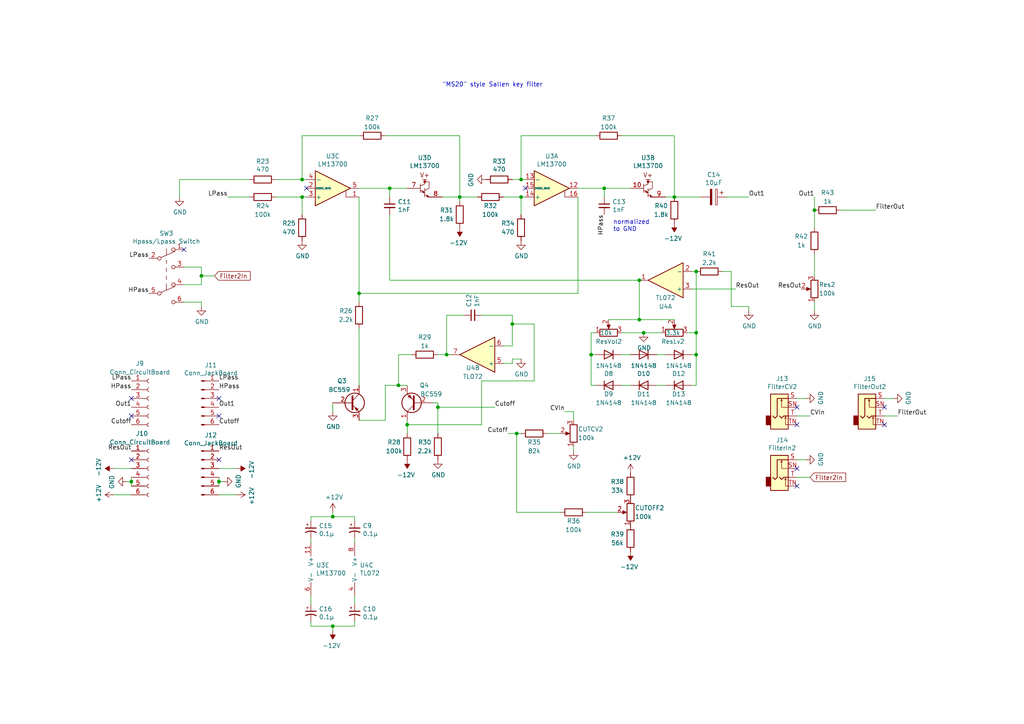
<source format=kicad_sch>
(kicad_sch (version 20211123) (generator eeschema)
  (paper "A4")
  (lib_symbols
    (symbol "Amplifier_Operational:LM13700" (pin_names (offset 0.127))
      (property "Reference" "U" (at 3.81 5.08 0))
      (property "Value" "LM13700" (at 5.08 -5.08 0))
      (symbol "LM13700_1_1"
        (polyline (pts (xy 3.81 -0.635) (xy 3.81 -2.54) (xy 5.08 -2.54)))
        (polyline (pts (xy 5.08 0) (xy -5.08 -5.08) (xy -5.08 5.08) (xy 5.08 0)) (stroke (width 0.254)) (fill (type background)))
        (pin output line (at 7.62 0 180) (length 2.54) (name "~") (number "12"))
        (pin input line (at -7.62 2.54 0) (length 2.54) (name "-") (number "13"))
        (pin input line (at -7.62 -2.54 0) (length 2.54) (name "+") (number "14"))
        (pin input line (at -7.62 0 0) (length 2.54) (name "DIODE_BIAS") (number "15"))
        (pin input line (at 7.62 -2.54 180) (length 2.54) (name "~") (number "16"))
      )
      (symbol "LM13700_2_0"
        (polyline (pts (xy -1.905 2.54) (xy -3.175 2.54)))
      )
      (symbol "LM13700_2_1"
        (circle (center -2.54 1.905) (radius 0.254) (stroke (width 0.254)) (fill (type outline)))
        (polyline (pts (xy -3.81 -0.635) (xy -2.54 -1.27)))
        (polyline (pts (xy -3.81 1.27) (xy -3.81 -1.27)))
        (polyline (pts (xy -2.54 -1.905) (xy -1.27 -2.54)))
        (polyline (pts (xy -2.54 0) (xy -2.54 -2.54)))
        (polyline (pts (xy -3.81 0.635) (xy -2.54 1.27) (xy -2.54 1.905) (xy -2.54 2.54)))
        (polyline (pts (xy -2.54 -1.27) (xy -3.175 -0.635) (xy -3.175 -1.27) (xy -2.54 -1.27)) (fill (type outline)))
        (polyline (pts (xy -2.54 -0.635) (xy -1.27 0) (xy -1.27 1.905) (xy -2.54 1.905)))
        (polyline (pts (xy -1.27 -2.54) (xy -1.905 -1.905) (xy -1.905 -2.54) (xy -1.27 -2.54)) (fill (type outline)))
        (text "V+" (at -2.54 3.81 0) (effects (font (size 1.27 1.27))))
        (pin input line (at -7.62 0 0) (length 3.81) (name "~") (number "10"))
        (pin output line (at 2.54 -2.54 180) (length 3.81) (name "~") (number "9"))
      )
      (symbol "LM13700_3_1"
        (polyline (pts (xy 3.81 -0.635) (xy 3.81 -2.54) (xy 5.08 -2.54)))
        (polyline (pts (xy 5.08 0) (xy -5.08 -5.08) (xy -5.08 5.08) (xy 5.08 0)) (stroke (width 0.254)) (fill (type background)))
        (pin input line (at 7.62 -2.54 180) (length 2.54) (name "~") (number "1"))
        (pin input line (at -7.62 0 0) (length 2.54) (name "DIODE_BIAS") (number "2"))
        (pin input line (at -7.62 -2.54 0) (length 2.54) (name "+") (number "3"))
        (pin input line (at -7.62 2.54 0) (length 2.54) (name "-") (number "4"))
        (pin output line (at 7.62 0 180) (length 2.54) (name "~") (number "5"))
      )
      (symbol "LM13700_4_0"
        (polyline (pts (xy -3.175 2.54) (xy -1.905 2.54)))
        (text "V+" (at -2.54 3.81 0) (effects (font (size 1.27 1.27))))
      )
      (symbol "LM13700_4_1"
        (circle (center -2.54 1.905) (radius 0.254) (stroke (width 0.254)) (fill (type outline)))
        (polyline (pts (xy -3.81 -0.635) (xy -2.54 -1.27)))
        (polyline (pts (xy -3.81 1.27) (xy -3.81 -1.27)))
        (polyline (pts (xy -2.54 -1.905) (xy -1.27 -2.54)))
        (polyline (pts (xy -2.54 0) (xy -2.54 -2.54)))
        (polyline (pts (xy -3.81 0.635) (xy -2.54 1.27) (xy -2.54 2.54)))
        (polyline (pts (xy -2.54 -1.27) (xy -3.175 -0.635) (xy -3.175 -1.27) (xy -2.54 -1.27)) (fill (type outline)))
        (polyline (pts (xy -2.54 -0.635) (xy -1.27 0) (xy -1.27 1.905) (xy -2.54 1.905)))
        (polyline (pts (xy -1.27 -2.54) (xy -1.905 -1.905) (xy -1.905 -2.54) (xy -1.27 -2.54)) (fill (type outline)))
        (pin input line (at -7.62 0 0) (length 3.81) (name "~") (number "7"))
        (pin output line (at 2.54 -2.54 180) (length 3.81) (name "~") (number "8"))
      )
      (symbol "LM13700_5_1"
        (pin power_in line (at -2.54 7.62 270) (length 3.81) (name "V+") (number "11"))
        (pin power_in line (at -2.54 -7.62 90) (length 3.81) (name "V-") (number "6"))
      )
    )
    (symbol "Amplifier_Operational:TL072" (pin_names (offset 0.127))
      (property "Reference" "U" (at 0 5.08 0))
      (property "Value" "TL072" (at 0 -5.08 0))
      (symbol "TL072_1_1"
        (polyline (pts (xy -5.08 5.08) (xy 5.08 0) (xy -5.08 -5.08) (xy -5.08 5.08)) (stroke (width 0.254)) (fill (type background)))
        (pin output line (at 7.62 0 180) (length 2.54) (name "~") (number "1"))
        (pin input line (at -7.62 -2.54 0) (length 2.54) (name "-") (number "2"))
        (pin input line (at -7.62 2.54 0) (length 2.54) (name "+") (number "3"))
      )
      (symbol "TL072_2_1"
        (polyline (pts (xy -5.08 5.08) (xy 5.08 0) (xy -5.08 -5.08) (xy -5.08 5.08)) (stroke (width 0.254)) (fill (type background)))
        (pin input line (at -7.62 2.54 0) (length 2.54) (name "+") (number "5"))
        (pin input line (at -7.62 -2.54 0) (length 2.54) (name "-") (number "6"))
        (pin output line (at 7.62 0 180) (length 2.54) (name "~") (number "7"))
      )
      (symbol "TL072_3_1"
        (pin power_in line (at -2.54 -7.62 90) (length 3.81) (name "V-") (number "4"))
        (pin power_in line (at -2.54 7.62 270) (length 3.81) (name "V+") (number "8"))
      )
    )
    (symbol "Connector:AudioJack2_Switch"
      (property "Reference" "J" (at 0 11.43 0))
      (property "Value" "AudioJack2_Switch" (at 0 8.89 0))
      (symbol "AudioJack2_Switch_0_1"
        (rectangle (start -2.54 0) (end -3.81 -2.54) (stroke (width 0.254)) (fill (type outline)))
        (rectangle (start 2.54 6.35) (end -2.54 -3.81) (stroke (width 0.254)) (fill (type background)))
      )
      (symbol "AudioJack2_Switch_1_1"
        (polyline (pts (xy 0.635 4.826) (xy 0.889 4.318)))
        (polyline (pts (xy 1.778 -0.254) (xy 2.032 -0.762)))
        (polyline (pts (xy 0 0) (xy 0.635 -0.635) (xy 1.27 0) (xy 2.54 0)) (stroke (width 0.254)))
        (polyline (pts (xy 2.54 -2.54) (xy 1.778 -2.54) (xy 1.778 -0.254) (xy 1.524 -0.762)))
        (polyline (pts (xy 2.54 2.54) (xy 0.635 2.54) (xy 0.635 4.826) (xy 0.381 4.318)))
        (polyline (pts (xy 2.54 5.08) (xy -0.635 5.08) (xy -0.635 0) (xy -1.27 -0.635) (xy -1.905 0)) (stroke (width 0.254)))
        (pin passive line (at 5.08 5.08 180) (length 2.54) (name "~") (number "S"))
        (pin passive line (at 5.08 2.54 180) (length 2.54) (name "~") (number "SN"))
        (pin passive line (at 5.08 0 180) (length 2.54) (name "~") (number "T"))
        (pin passive line (at 5.08 -2.54 180) (length 2.54) (name "~") (number "TN"))
      )
    )
    (symbol "Connector:Conn_01x06_Female" (pin_names (offset 1.016) hide)
      (property "Reference" "J" (at 0 7.62 0))
      (property "Value" "Conn_01x06_Female" (at 0 -10.16 0))
      (symbol "Conn_01x06_Female_1_1"
        (arc (start 0 -7.112) (mid -0.508 -7.62) (end 0 -8.128) (stroke (width 0.1524)))
        (arc (start 0 -4.572) (mid -0.508 -5.08) (end 0 -5.588) (stroke (width 0.1524)))
        (arc (start 0 -2.032) (mid -0.508 -2.54) (end 0 -3.048) (stroke (width 0.1524)))
        (polyline (pts (xy -1.27 -7.62) (xy -0.508 -7.62)) (stroke (width 0.1524)))
        (polyline (pts (xy -1.27 -5.08) (xy -0.508 -5.08)) (stroke (width 0.1524)))
        (polyline (pts (xy -1.27 -2.54) (xy -0.508 -2.54)) (stroke (width 0.1524)))
        (polyline (pts (xy -1.27 0) (xy -0.508 0)) (stroke (width 0.1524)))
        (polyline (pts (xy -1.27 2.54) (xy -0.508 2.54)) (stroke (width 0.1524)))
        (polyline (pts (xy -1.27 5.08) (xy -0.508 5.08)) (stroke (width 0.1524)))
        (arc (start 0 0.508) (mid -0.508 0) (end 0 -0.508) (stroke (width 0.1524)))
        (arc (start 0 3.048) (mid -0.508 2.54) (end 0 2.032) (stroke (width 0.1524)))
        (arc (start 0 5.588) (mid -0.508 5.08) (end 0 4.572) (stroke (width 0.1524)))
        (pin passive line (at -5.08 5.08 0) (length 3.81) (name "Pin_1") (number "1"))
        (pin passive line (at -5.08 2.54 0) (length 3.81) (name "Pin_2") (number "2"))
        (pin passive line (at -5.08 0 0) (length 3.81) (name "Pin_3") (number "3"))
        (pin passive line (at -5.08 -2.54 0) (length 3.81) (name "Pin_4") (number "4"))
        (pin passive line (at -5.08 -5.08 0) (length 3.81) (name "Pin_5") (number "5"))
        (pin passive line (at -5.08 -7.62 0) (length 3.81) (name "Pin_6") (number "6"))
      )
    )
    (symbol "Connector:Conn_01x06_Male" (pin_names (offset 1.016) hide)
      (property "Reference" "J" (at 0 7.62 0))
      (property "Value" "Conn_01x06_Male" (at 0 -10.16 0))
      (symbol "Conn_01x06_Male_1_1"
        (polyline (pts (xy 1.27 -7.62) (xy 0.8636 -7.62)) (stroke (width 0.1524)))
        (polyline (pts (xy 1.27 -5.08) (xy 0.8636 -5.08)) (stroke (width 0.1524)))
        (polyline (pts (xy 1.27 -2.54) (xy 0.8636 -2.54)) (stroke (width 0.1524)))
        (polyline (pts (xy 1.27 0) (xy 0.8636 0)) (stroke (width 0.1524)))
        (polyline (pts (xy 1.27 2.54) (xy 0.8636 2.54)) (stroke (width 0.1524)))
        (polyline (pts (xy 1.27 5.08) (xy 0.8636 5.08)) (stroke (width 0.1524)))
        (rectangle (start 0.8636 -7.493) (end 0 -7.747) (stroke (width 0.1524)) (fill (type outline)))
        (rectangle (start 0.8636 -4.953) (end 0 -5.207) (stroke (width 0.1524)) (fill (type outline)))
        (rectangle (start 0.8636 -2.413) (end 0 -2.667) (stroke (width 0.1524)) (fill (type outline)))
        (rectangle (start 0.8636 0.127) (end 0 -0.127) (stroke (width 0.1524)) (fill (type outline)))
        (rectangle (start 0.8636 2.667) (end 0 2.413) (stroke (width 0.1524)) (fill (type outline)))
        (rectangle (start 0.8636 5.207) (end 0 4.953) (stroke (width 0.1524)) (fill (type outline)))
        (pin passive line (at 5.08 5.08 180) (length 3.81) (name "Pin_1") (number "1"))
        (pin passive line (at 5.08 2.54 180) (length 3.81) (name "Pin_2") (number "2"))
        (pin passive line (at 5.08 0 180) (length 3.81) (name "Pin_3") (number "3"))
        (pin passive line (at 5.08 -2.54 180) (length 3.81) (name "Pin_4") (number "4"))
        (pin passive line (at 5.08 -5.08 180) (length 3.81) (name "Pin_5") (number "5"))
        (pin passive line (at 5.08 -7.62 180) (length 3.81) (name "Pin_6") (number "6"))
      )
    )
    (symbol "Device:CP" (pin_numbers hide) (pin_names (offset 0.254))
      (property "Reference" "C" (at 0.635 2.54 0))
      (property "Value" "Device_CP" (at 0.635 -2.54 0))
      (symbol "CP_0_1"
        (rectangle (start -2.286 0.508) (end 2.286 1.016))
        (polyline (pts (xy -1.778 2.286) (xy -0.762 2.286)))
        (polyline (pts (xy -1.27 2.794) (xy -1.27 1.778)))
        (rectangle (start 2.286 -0.508) (end -2.286 -1.016) (fill (type outline)))
      )
      (symbol "CP_1_1"
        (pin passive line (at 0 3.81 270) (length 2.794) (name "~") (number "1"))
        (pin passive line (at 0 -3.81 90) (length 2.794) (name "~") (number "2"))
      )
    )
    (symbol "Device:CP1_Small" (pin_numbers hide) (pin_names (offset 0.254) hide)
      (property "Reference" "C" (at 0.254 1.778 0))
      (property "Value" "Device_CP1_Small" (at 0.254 -2.032 0))
      (symbol "CP1_Small_0_1"
        (polyline (pts (xy -1.524 0.508) (xy 1.524 0.508)) (stroke (width 0.3048)))
        (polyline (pts (xy -1.27 1.524) (xy -0.762 1.524)))
        (polyline (pts (xy -1.016 1.27) (xy -1.016 1.778)))
        (arc (start 1.524 -0.762) (mid 0 -0.3734) (end -1.524 -0.762) (stroke (width 0.3048)))
      )
      (symbol "CP1_Small_1_1"
        (pin passive line (at 0 2.54 270) (length 2.032) (name "~") (number "1"))
        (pin passive line (at 0 -2.54 90) (length 2.032) (name "~") (number "2"))
      )
    )
    (symbol "Device:C_Small" (pin_numbers hide) (pin_names (offset 0.254) hide)
      (property "Reference" "C" (at 0.254 1.778 0))
      (property "Value" "C_Small" (at 0.254 -2.032 0))
      (symbol "C_Small_0_1"
        (polyline (pts (xy -1.524 -0.508) (xy 1.524 -0.508)) (stroke (width 0.3302)))
        (polyline (pts (xy -1.524 0.508) (xy 1.524 0.508)) (stroke (width 0.3048)))
      )
      (symbol "C_Small_1_1"
        (pin passive line (at 0 2.54 270) (length 2.032) (name "~") (number "1"))
        (pin passive line (at 0 -2.54 90) (length 2.032) (name "~") (number "2"))
      )
    )
    (symbol "Device:D" (pin_numbers hide) (pin_names (offset 1.016) hide)
      (property "Reference" "D" (at 0 2.54 0))
      (property "Value" "D" (at 0 -2.54 0))
      (symbol "D_0_1"
        (polyline (pts (xy -1.27 1.27) (xy -1.27 -1.27)) (stroke (width 0.254)))
        (polyline (pts (xy 1.27 0) (xy -1.27 0)))
        (polyline (pts (xy 1.27 1.27) (xy 1.27 -1.27) (xy -1.27 0) (xy 1.27 1.27)) (stroke (width 0.254)))
      )
      (symbol "D_1_1"
        (pin passive line (at -3.81 0 0) (length 2.54) (name "K") (number "1"))
        (pin passive line (at 3.81 0 180) (length 2.54) (name "A") (number "2"))
      )
    )
    (symbol "Device:R" (pin_numbers hide) (pin_names (offset 0))
      (property "Reference" "R" (at 2.032 0 90))
      (property "Value" "R" (at 0 0 90))
      (symbol "R_0_1"
        (rectangle (start -1.016 -2.54) (end 1.016 2.54) (stroke (width 0.254)))
      )
      (symbol "R_1_1"
        (pin passive line (at 0 3.81 270) (length 1.27) (name "~") (number "1"))
        (pin passive line (at 0 -3.81 90) (length 1.27) (name "~") (number "2"))
      )
    )
    (symbol "Device:R_POT" (pin_names (offset 1.016) hide)
      (property "Reference" "RV" (at -4.445 0 90))
      (property "Value" "Device_R_POT" (at -2.54 0 90))
      (symbol "R_POT_0_1"
        (polyline (pts (xy 2.54 0) (xy 1.524 0)))
        (polyline (pts (xy 1.143 0) (xy 2.286 0.508) (xy 2.286 -0.508) (xy 1.143 0)) (fill (type outline)))
        (rectangle (start 1.016 2.54) (end -1.016 -2.54) (stroke (width 0.254)))
      )
      (symbol "R_POT_1_1"
        (pin passive line (at 0 3.81 270) (length 1.27) (name "1") (number "1"))
        (pin passive line (at 3.81 0 180) (length 1.27) (name "2") (number "2"))
        (pin passive line (at 0 -3.81 90) (length 1.27) (name "3") (number "3"))
      )
    )
    (symbol "Switch:SW_Push_DPDT" (pin_names (offset 0) hide)
      (property "Reference" "SW" (at 0 8.89 0))
      (property "Value" "SW_Push_DPDT" (at 0 -10.16 0))
      (symbol "SW_Push_DPDT_0_0"
        (circle (center -2.032 -5.08) (radius 0.508))
        (circle (center -2.032 5.08) (radius 0.508))
        (circle (center 2.032 -7.62) (radius 0.508))
        (circle (center 2.032 2.54) (radius 0.508))
      )
      (symbol "SW_Push_DPDT_0_1"
        (polyline (pts (xy -1.524 -4.826) (xy 2.54 -3.048)))
        (polyline (pts (xy -1.524 5.334) (xy 2.54 7.112)))
        (polyline (pts (xy 0 -2.286) (xy 0 -4.064)))
        (polyline (pts (xy 0 -1.016) (xy 0 0)))
        (polyline (pts (xy 0 1.27) (xy 0 2.286)))
        (polyline (pts (xy 0 3.556) (xy 0 4.572)))
        (polyline (pts (xy 0 7.874) (xy 0 6.096)))
        (circle (center 2.032 -2.54) (radius 0.508))
        (circle (center 2.032 7.62) (radius 0.508))
      )
      (symbol "SW_Push_DPDT_1_1"
        (pin passive line (at 5.08 7.62 180) (length 2.54) (name "A") (number "1"))
        (pin passive line (at -5.08 5.08 0) (length 2.54) (name "B") (number "2"))
        (pin passive line (at 5.08 2.54 180) (length 2.54) (name "C") (number "3"))
        (pin passive line (at 5.08 -2.54 180) (length 2.54) (name "A") (number "4"))
        (pin passive line (at -5.08 -5.08 0) (length 2.54) (name "B") (number "5"))
        (pin passive line (at 5.08 -7.62 180) (length 2.54) (name "C") (number "6"))
      )
    )
    (symbol "Transistor_BJT:BC559" (pin_names (offset 0) hide)
      (property "Reference" "Q" (at 5.08 1.905 0))
      (property "Value" "BC559" (at 5.08 0 0))
      (symbol "BC559_0_1"
        (polyline (pts (xy 0.635 0.635) (xy 2.54 2.54)))
        (polyline (pts (xy 0.635 -0.635) (xy 2.54 -2.54) (xy 2.54 -2.54)))
        (polyline (pts (xy 0.635 1.905) (xy 0.635 -1.905) (xy 0.635 -1.905)) (stroke (width 0.508)))
        (polyline (pts (xy 2.286 -1.778) (xy 1.778 -2.286) (xy 1.27 -1.27) (xy 2.286 -1.778) (xy 2.286 -1.778)) (fill (type outline)))
        (circle (center 1.27 0) (radius 2.8194) (stroke (width 0.254)))
      )
      (symbol "BC559_1_1"
        (pin passive line (at 2.54 5.08 270) (length 2.54) (name "C") (number "1"))
        (pin input line (at -5.08 0 0) (length 5.715) (name "B") (number "2"))
        (pin passive line (at 2.54 -5.08 90) (length 2.54) (name "E") (number "3"))
      )
    )
    (symbol "power:+12V" (power) (pin_names (offset 0))
      (property "Value" "+12V" (at 0 3.556 0))
      (symbol "+12V_0_1"
        (polyline (pts (xy -0.762 1.27) (xy 0 2.54)))
        (polyline (pts (xy 0 0) (xy 0 2.54)))
        (polyline (pts (xy 0 2.54) (xy 0.762 1.27)))
      )
      (symbol "+12V_1_1"
        (pin power_in line (at 0 0 90) (length 0) hide (name "+12V") (number "1"))
      )
    )
    (symbol "power:-12V" (power) (pin_names (offset 0))
      (property "Value" "-12V" (at 0 3.81 0))
      (symbol "-12V_0_0"
        (pin power_in line (at 0 0 90) (length 0) hide (name "-12V") (number "1"))
      )
      (symbol "-12V_0_1"
        (polyline (pts (xy 0 0) (xy 0 1.27) (xy 0.762 1.27) (xy 0 2.54) (xy -0.762 1.27) (xy 0 1.27)) (fill (type outline)))
      )
    )
    (symbol "power:GND" (power) (pin_names (offset 0))
      (property "Value" "GND" (at 0 -3.81 0))
      (symbol "GND_0_1"
        (polyline (pts (xy 0 0) (xy 0 -1.27) (xy 1.27 -1.27) (xy 0 -2.54) (xy -1.27 -1.27) (xy 0 -1.27)))
      )
      (symbol "GND_1_1"
        (pin power_in line (at 0 0 270) (length 0) hide (name "GND") (number "1"))
      )
    )
  )
  (junction (at 129.54 102.87))
  (junction (at 185.42 92.71))
  (junction (at 58.42 80.01))
  (junction (at 96.52 181.61))
  (junction (at 201.93 96.52))
  (junction (at 118.11 123.19))
  (junction (at 201.93 78.74))
  (junction (at 151.13 57.15))
  (junction (at 201.93 102.87))
  (junction (at 87.63 57.15))
  (junction (at 195.58 57.15))
  (junction (at 133.35 57.15))
  (junction (at 104.14 85.09))
  (junction (at 236.22 60.96))
  (junction (at 127 118.11))
  (junction (at 151.13 52.07))
  (junction (at 63.5 139.7))
  (junction (at 186.69 96.52))
  (junction (at 115.57 111.76))
  (junction (at 175.26 54.61))
  (junction (at 148.59 93.98))
  (junction (at 38.1 139.7))
  (junction (at 87.63 52.07))
  (junction (at 185.42 81.28))
  (junction (at 171.45 102.87))
  (junction (at 149.86 125.73))
  (junction (at 96.52 149.86))
  (junction (at 113.03 54.61))
  (no_connect (at 38.1 120.65))
  (no_connect (at 38.1 133.35))
  (no_connect (at 152.4 54.61))
  (no_connect (at 256.54 118.11))
  (no_connect (at 231.14 123.19))
  (no_connect (at 63.5 115.57))
  (no_connect (at 88.9 54.61))
  (no_connect (at 231.14 135.89))
  (no_connect (at 63.5 133.35))
  (no_connect (at 231.14 118.11))
  (no_connect (at 53.34 72.39))
  (no_connect (at 231.14 140.97))
  (no_connect (at 256.54 123.19))
  (no_connect (at 38.1 115.57))
  (no_connect (at 63.5 120.65))
  (wire (pts (xy 190.5 102.87) (xy 193.04 102.87)))
  (wire (pts (xy 38.1 143.51) (xy 33.02 143.51)))
  (wire (pts (xy 111.76 111.76) (xy 115.57 111.76)))
  (wire (pts (xy 111.76 121.92) (xy 111.76 111.76)))
  (wire (pts (xy 256.54 115.57) (xy 259.08 115.57)))
  (wire (pts (xy 146.05 105.41) (xy 148.59 105.41)))
  (wire (pts (xy 115.57 102.87) (xy 115.57 111.76)))
  (wire (pts (xy 180.34 96.52) (xy 186.69 96.52)))
  (wire (pts (xy 87.63 39.37) (xy 87.63 52.07)))
  (wire (pts (xy 68.58 143.51) (xy 63.5 143.51)))
  (wire (pts (xy 133.35 39.37) (xy 111.76 39.37)))
  (wire (pts (xy 154.94 93.98) (xy 148.59 93.98)))
  (wire (pts (xy 180.34 102.87) (xy 182.88 102.87)))
  (wire (pts (xy 113.03 54.61) (xy 113.03 57.15)))
  (wire (pts (xy 88.9 52.07) (xy 87.63 52.07)))
  (wire (pts (xy 129.54 91.44) (xy 129.54 102.87)))
  (wire (pts (xy 87.63 57.15) (xy 87.63 62.23)))
  (wire (pts (xy 118.11 121.92) (xy 118.11 123.19)))
  (wire (pts (xy 243.84 60.96) (xy 254 60.96)))
  (wire (pts (xy 231.14 133.35) (xy 233.68 133.35)))
  (wire (pts (xy 172.72 102.87) (xy 171.45 102.87)))
  (wire (pts (xy 236.22 57.15) (xy 236.22 60.96)))
  (wire (pts (xy 185.42 81.28) (xy 113.03 81.28)))
  (wire (pts (xy 236.22 73.66) (xy 236.22 80.01)))
  (wire (pts (xy 58.42 82.55) (xy 53.34 82.55)))
  (wire (pts (xy 201.93 78.74) (xy 200.66 78.74)))
  (wire (pts (xy 58.42 80.01) (xy 58.42 82.55)))
  (wire (pts (xy 38.1 139.7) (xy 38.1 140.97)))
  (wire (pts (xy 236.22 90.17) (xy 236.22 87.63)))
  (wire (pts (xy 96.52 181.61) (xy 102.87 181.61)))
  (wire (pts (xy 90.17 180.34) (xy 90.17 181.61)))
  (wire (pts (xy 193.04 57.15) (xy 195.58 57.15)))
  (wire (pts (xy 151.13 52.07) (xy 152.4 52.07)))
  (wire (pts (xy 58.42 87.63) (xy 53.34 87.63)))
  (wire (pts (xy 52.07 52.07) (xy 52.07 57.15)))
  (wire (pts (xy 213.36 83.82) (xy 200.66 83.82)))
  (wire (pts (xy 62.23 80.01) (xy 58.42 80.01)))
  (wire (pts (xy 90.17 172.72) (xy 90.17 175.26)))
  (wire (pts (xy 118.11 123.19) (xy 118.11 125.73)))
  (wire (pts (xy 151.13 39.37) (xy 151.13 52.07)))
  (wire (pts (xy 139.7 123.19) (xy 139.7 110.49)))
  (wire (pts (xy 58.42 77.47) (xy 58.42 80.01)))
  (wire (pts (xy 102.87 172.72) (xy 102.87 175.26)))
  (wire (pts (xy 104.14 121.92) (xy 111.76 121.92)))
  (wire (pts (xy 90.17 149.86) (xy 96.52 149.86)))
  (wire (pts (xy 193.04 111.76) (xy 190.5 111.76)))
  (wire (pts (xy 119.38 102.87) (xy 115.57 102.87)))
  (wire (pts (xy 63.5 138.43) (xy 63.5 139.7)))
  (wire (pts (xy 127 118.11) (xy 143.51 118.11)))
  (wire (pts (xy 72.39 57.15) (xy 66.04 57.15)))
  (wire (pts (xy 209.55 78.74) (xy 212.09 78.74)))
  (wire (pts (xy 171.45 96.52) (xy 171.45 102.87)))
  (wire (pts (xy 139.7 110.49) (xy 154.94 110.49)))
  (wire (pts (xy 231.14 115.57) (xy 233.68 115.57)))
  (wire (pts (xy 87.63 57.15) (xy 88.9 57.15)))
  (wire (pts (xy 201.93 96.52) (xy 199.39 96.52)))
  (wire (pts (xy 72.39 52.07) (xy 52.07 52.07)))
  (wire (pts (xy 151.13 57.15) (xy 152.4 57.15)))
  (wire (pts (xy 236.22 60.96) (xy 236.22 66.04)))
  (wire (pts (xy 113.03 54.61) (xy 118.11 54.61)))
  (wire (pts (xy 58.42 88.9) (xy 58.42 87.63)))
  (wire (pts (xy 128.27 57.15) (xy 133.35 57.15)))
  (wire (pts (xy 38.1 138.43) (xy 38.1 139.7)))
  (wire (pts (xy 200.66 102.87) (xy 201.93 102.87)))
  (wire (pts (xy 148.59 104.14) (xy 151.13 104.14)))
  (wire (pts (xy 63.5 135.89) (xy 68.58 135.89)))
  (wire (pts (xy 133.35 58.42) (xy 133.35 57.15)))
  (wire (pts (xy 148.59 91.44) (xy 139.7 91.44)))
  (wire (pts (xy 113.03 81.28) (xy 113.03 62.23)))
  (wire (pts (xy 151.13 57.15) (xy 151.13 62.23)))
  (wire (pts (xy 102.87 149.86) (xy 102.87 151.13)))
  (wire (pts (xy 151.13 125.73) (xy 149.86 125.73)))
  (wire (pts (xy 234.95 138.43) (xy 231.14 138.43)))
  (wire (pts (xy 90.17 181.61) (xy 96.52 181.61)))
  (wire (pts (xy 149.86 125.73) (xy 149.86 148.59)))
  (wire (pts (xy 96.52 182.88) (xy 96.52 181.61)))
  (wire (pts (xy 201.93 78.74) (xy 201.93 96.52)))
  (wire (pts (xy 63.5 139.7) (xy 64.77 139.7)))
  (wire (pts (xy 212.09 88.9) (xy 217.17 88.9)))
  (wire (pts (xy 104.14 95.25) (xy 104.14 111.76)))
  (wire (pts (xy 201.93 111.76) (xy 200.66 111.76)))
  (wire (pts (xy 195.58 57.15) (xy 195.58 39.37)))
  (wire (pts (xy 96.52 116.84) (xy 96.52 119.38)))
  (wire (pts (xy 171.45 111.76) (xy 172.72 111.76)))
  (wire (pts (xy 234.95 120.65) (xy 231.14 120.65)))
  (wire (pts (xy 104.14 85.09) (xy 104.14 87.63)))
  (wire (pts (xy 172.72 39.37) (xy 151.13 39.37)))
  (wire (pts (xy 125.73 116.84) (xy 127 116.84)))
  (wire (pts (xy 185.42 81.28) (xy 185.42 92.71)))
  (wire (pts (xy 127 116.84) (xy 127 118.11)))
  (wire (pts (xy 96.52 148.59) (xy 96.52 149.86)))
  (wire (pts (xy 201.93 96.52) (xy 201.93 102.87)))
  (wire (pts (xy 172.72 96.52) (xy 171.45 96.52)))
  (wire (pts (xy 148.59 93.98) (xy 148.59 91.44)))
  (wire (pts (xy 146.05 100.33) (xy 148.59 100.33)))
  (wire (pts (xy 118.11 123.19) (xy 139.7 123.19)))
  (wire (pts (xy 203.2 57.15) (xy 195.58 57.15)))
  (wire (pts (xy 171.45 102.87) (xy 171.45 111.76)))
  (wire (pts (xy 151.13 57.15) (xy 146.05 57.15)))
  (wire (pts (xy 166.37 119.38) (xy 166.37 121.92)))
  (wire (pts (xy 102.87 157.48) (xy 102.87 156.21)))
  (wire (pts (xy 148.59 100.33) (xy 148.59 93.98)))
  (wire (pts (xy 149.86 148.59) (xy 162.56 148.59)))
  (wire (pts (xy 175.26 54.61) (xy 182.88 54.61)))
  (wire (pts (xy 167.64 85.09) (xy 104.14 85.09)))
  (wire (pts (xy 90.17 156.21) (xy 90.17 157.48)))
  (wire (pts (xy 127 102.87) (xy 129.54 102.87)))
  (wire (pts (xy 179.07 148.59) (xy 170.18 148.59)))
  (wire (pts (xy 38.1 135.89) (xy 33.02 135.89)))
  (wire (pts (xy 185.42 92.71) (xy 195.58 92.71)))
  (wire (pts (xy 163.83 119.38) (xy 166.37 119.38)))
  (wire (pts (xy 149.86 125.73) (xy 147.32 125.73)))
  (wire (pts (xy 134.62 91.44) (xy 129.54 91.44)))
  (wire (pts (xy 166.37 129.54) (xy 166.37 130.81)))
  (wire (pts (xy 186.69 96.52) (xy 191.77 96.52)))
  (wire (pts (xy 104.14 39.37) (xy 87.63 39.37)))
  (wire (pts (xy 80.01 57.15) (xy 87.63 57.15)))
  (wire (pts (xy 185.42 92.71) (xy 176.53 92.71)))
  (wire (pts (xy 87.63 52.07) (xy 80.01 52.07)))
  (wire (pts (xy 96.52 149.86) (xy 102.87 149.86)))
  (wire (pts (xy 167.64 54.61) (xy 175.26 54.61)))
  (wire (pts (xy 212.09 78.74) (xy 212.09 88.9)))
  (wire (pts (xy 63.5 139.7) (xy 63.5 140.97)))
  (wire (pts (xy 201.93 102.87) (xy 201.93 111.76)))
  (wire (pts (xy 127 118.11) (xy 127 125.73)))
  (wire (pts (xy 53.34 77.47) (xy 58.42 77.47)))
  (wire (pts (xy 133.35 57.15) (xy 138.43 57.15)))
  (wire (pts (xy 182.88 111.76) (xy 180.34 111.76)))
  (wire (pts (xy 133.35 57.15) (xy 133.35 39.37)))
  (wire (pts (xy 148.59 105.41) (xy 148.59 104.14)))
  (wire (pts (xy 115.57 111.76) (xy 118.11 111.76)))
  (wire (pts (xy 175.26 54.61) (xy 175.26 57.15)))
  (wire (pts (xy 129.54 102.87) (xy 130.81 102.87)))
  (wire (pts (xy 148.59 52.07) (xy 151.13 52.07)))
  (wire (pts (xy 217.17 88.9) (xy 217.17 90.17)))
  (wire (pts (xy 167.64 57.15) (xy 167.64 85.09)))
  (wire (pts (xy 104.14 54.61) (xy 113.03 54.61)))
  (wire (pts (xy 162.56 125.73) (xy 158.75 125.73)))
  (wire (pts (xy 154.94 110.49) (xy 154.94 93.98)))
  (wire (pts (xy 102.87 180.34) (xy 102.87 181.61)))
  (wire (pts (xy 90.17 151.13) (xy 90.17 149.86)))
  (wire (pts (xy 38.1 139.7) (xy 36.83 139.7)))
  (wire (pts (xy 260.35 120.65) (xy 256.54 120.65)))
  (wire (pts (xy 195.58 39.37) (xy 180.34 39.37)))
  (wire (pts (xy 210.82 57.15) (xy 217.17 57.15)))
  (wire (pts (xy 104.14 85.09) (xy 104.14 57.15)))
  (text "normalized \nto GND" (at 177.8 67.31 0) (effects (font (size 1.27 1.27)) (justify left bottom)))
  (text "\"MS20\" style Sallen key filter" (at 128.27 25.4 0) (effects (font (size 1.27 1.27)) (justify left bottom)))
  (label "HPass" (at 43.18 85.09 180))
  (label "ResOut" (at 38.1 130.81 180))
  (label "Cutoff" (at 38.1 123.19 180))
  (label "FilterOut" (at 254 60.96 0))
  (label "ResOut" (at 232.41 83.82 180))
  (label "Cutoff" (at 143.51 118.11 0))
  (label "CVIn" (at 234.95 120.65 0))
  (label "Cutoff" (at 63.5 123.19 0))
  (label "ResOut" (at 213.36 83.82 0))
  (label "LPass" (at 38.1 110.49 180))
  (label "LPass" (at 63.5 110.49 0))
  (label "FilterOut" (at 260.35 120.65 0))
  (label "ResOut" (at 63.5 130.81 0))
  (label "Out1" (at 63.5 118.11 0))
  (label "Out1" (at 217.17 57.15 0))
  (label "Cutoff" (at 147.32 125.73 180))
  (label "LPass" (at 43.18 74.93 180))
  (label "HPass" (at 38.1 113.03 180))
  (label "CVIn" (at 163.83 119.38 180))
  (label "HPass" (at 63.5 113.03 0))
  (label "HPass" (at 175.26 62.23 270))
  (label "LPass" (at 66.04 57.15 180))
  (label "Out1" (at 38.1 118.11 180))
  (label "Out1" (at 236.22 57.15 180))
  (global_label "Filter2In" (shape input) (at 62.23 80.01 0) (property "Intersheet References" "${INTERSHEET_REFS}" (effects hide)))
  (global_label "Filter2In" (shape input) (at 234.95 138.43 0) (property "Intersheet References" "${INTERSHEET_REFS}" (effects hide)))
  (symbol (lib_id "Amplifier_Operational:LM13700") (at 190.5 54.61 0) (unit 2)
    (property "Reference" "U3" (at 187.96 45.7708 0))
    (property "Value" "LM13700" (at 187.96 48.0822 0))
    (property "Footprint" "Package_DIP:DIP-16_W7.62mm_Socket" (effects hide))
    (property "Datasheet" "http://www.ti.com/lit/ds/symlink/lm13700.pdf" (effects hide))
  )
  (symbol (lib_id "Amplifier_Operational:TL072") (at 193.04 81.28 180) (unit 1)
    (property "Reference" "U4" (at 193.04 88.9 0))
    (property "Value" "TL072" (at 193.04 86.36 0))
    (property "Footprint" "Package_DIP:DIP-8_W7.62mm_Socket" (effects hide))
    (property "Datasheet" "http://www.ti.com/lit/ds/symlink/tl071.pdf" (effects hide))
  )
  (symbol (lib_id "Amplifier_Operational:TL072") (at 138.43 102.87 180) (unit 2)
    (property "Reference" "U4" (at 137.16 106.68 0))
    (property "Value" "TL072" (at 137.16 109.22 0))
    (property "Footprint" "Package_DIP:DIP-8_W7.62mm_Socket" (effects hide))
    (property "Datasheet" "http://www.ti.com/lit/ds/symlink/tl071.pdf" (effects hide))
  )
  (symbol (lib_id "Amplifier_Operational:LM13700") (at 125.73 54.61 0) (unit 4)
    (property "Reference" "U3" (at 123.19 45.7708 0))
    (property "Value" "LM13700" (at 123.19 48.0822 0))
    (property "Footprint" "Package_DIP:DIP-16_W7.62mm_Socket" (effects hide))
    (property "Datasheet" "http://www.ti.com/lit/ds/symlink/lm13700.pdf" (effects hide))
  )
  (symbol (lib_id "Amplifier_Operational:LM13700") (at 96.52 54.61 0) (unit 3)
    (property "Reference" "U3" (at 96.52 45.2882 0))
    (property "Value" "LM13700" (at 96.52 47.5996 0))
    (property "Footprint" "Package_DIP:DIP-16_W7.62mm_Socket" (effects hide))
    (property "Datasheet" "http://www.ti.com/lit/ds/symlink/lm13700.pdf" (effects hide))
  )
  (symbol (lib_id "Device:R") (at 76.2 57.15 90) (unit 1)
    (property "Reference" "R24" (at 76.2 59.69 90))
    (property "Value" "100k" (at 76.2 62.23 90))
    (property "Footprint" "Resistor_THT:R_Axial_DIN0207_L6.3mm_D2.5mm_P10.16mm_Horizontal" (effects hide))
  )
  (symbol (lib_id "Device:R") (at 76.2 52.07 90) (unit 1)
    (property "Reference" "R23" (at 76.2 46.8122 90))
    (property "Value" "470" (at 76.2 49.1236 90))
    (property "Footprint" "Resistor_THT:R_Axial_DIN0207_L6.3mm_D2.5mm_P10.16mm_Horizontal" (effects hide))
  )
  (symbol (lib_id "Device:R") (at 87.63 66.04 180) (unit 1)
    (property "Reference" "R25" (at 83.82 64.77 0))
    (property "Value" "470" (at 83.82 67.31 0))
    (property "Footprint" "Resistor_THT:R_Axial_DIN0207_L6.3mm_D2.5mm_P10.16mm_Horizontal" (effects hide))
  )
  (symbol (lib_id "power:GND") (at 87.63 69.85 0) (unit 1)
    (property "Reference" "#PWR045" (effects hide))
    (property "Value" "GND" (at 87.757 74.2442 0))
  )
  (symbol (lib_id "power:GND") (at 52.07 57.15 0) (unit 1)
    (property "Reference" "#PWR040" (effects hide))
    (property "Value" "GND" (at 52.197 61.5442 0))
  )
  (symbol (lib_id "Switch:SW_Push_DPDT") (at 48.26 80.01 0) (unit 1)
    (property "Reference" "SW3" (at 48.26 67.691 0))
    (property "Value" "Hpass/Lpass Switch" (at 48.26 70.0024 0))
    (property "Footprint" "Synth:SW_DPDT_Toggle" (effects hide))
  )
  (symbol (lib_id "Device:R") (at 107.95 39.37 90) (unit 1)
    (property "Reference" "R27" (at 107.95 34.29 90))
    (property "Value" "100k" (at 107.95 36.83 90))
    (property "Footprint" "Resistor_THT:R_Axial_DIN0207_L6.3mm_D2.5mm_P10.16mm_Horizontal" (effects hide))
  )
  (symbol (lib_id "Amplifier_Operational:LM13700") (at 160.02 54.61 0) (unit 1)
    (property "Reference" "U3" (at 160.02 45.2882 0))
    (property "Value" "LM13700" (at 160.02 47.5996 0))
    (property "Footprint" "Package_DIP:DIP-16_W7.62mm_Socket" (effects hide))
    (property "Datasheet" "http://www.ti.com/lit/ds/symlink/lm13700.pdf" (effects hide))
  )
  (symbol (lib_id "Device:R") (at 133.35 62.23 180) (unit 1)
    (property "Reference" "R31" (at 129.54 60.96 0))
    (property "Value" "1.8k" (at 129.54 63.5 0))
    (property "Footprint" "Resistor_THT:R_Axial_DIN0207_L6.3mm_D2.5mm_P10.16mm_Horizontal" (effects hide))
  )
  (symbol (lib_id "power:-12V") (at 133.35 66.04 180) (unit 1)
    (property "Reference" "#PWR049" (effects hide))
    (property "Value" "-12V" (at 132.969 70.4342 0))
  )
  (symbol (lib_id "Device:R") (at 144.78 52.07 90) (unit 1)
    (property "Reference" "R33" (at 144.78 46.8122 90))
    (property "Value" "470" (at 144.78 49.1236 90))
    (property "Footprint" "Resistor_THT:R_Axial_DIN0207_L6.3mm_D2.5mm_P10.16mm_Horizontal" (effects hide))
  )
  (symbol (lib_id "power:GND") (at 140.97 52.07 270) (unit 1)
    (property "Reference" "#PWR050" (effects hide))
    (property "Value" "GND" (at 136.5758 52.197 0))
  )
  (symbol (lib_id "Device:R") (at 176.53 39.37 90) (unit 1)
    (property "Reference" "R37" (at 176.53 34.29 90))
    (property "Value" "100k" (at 176.53 36.83 90))
    (property "Footprint" "Resistor_THT:R_Axial_DIN0207_L6.3mm_D2.5mm_P10.16mm_Horizontal" (effects hide))
  )
  (symbol (lib_id "Device:R") (at 142.24 57.15 90) (unit 1)
    (property "Reference" "R32" (at 142.24 59.69 90))
    (property "Value" "100k" (at 142.24 62.23 90))
    (property "Footprint" "Resistor_THT:R_Axial_DIN0207_L6.3mm_D2.5mm_P10.16mm_Horizontal" (effects hide))
  )
  (symbol (lib_id "Device:R") (at 151.13 66.04 180) (unit 1)
    (property "Reference" "R34" (at 147.32 64.77 0))
    (property "Value" "470" (at 147.32 67.31 0))
    (property "Footprint" "Resistor_THT:R_Axial_DIN0207_L6.3mm_D2.5mm_P10.16mm_Horizontal" (effects hide))
  )
  (symbol (lib_id "power:GND") (at 151.13 69.85 0) (unit 1)
    (property "Reference" "#PWR051" (effects hide))
    (property "Value" "GND" (at 151.257 74.2442 0))
  )
  (symbol (lib_id "Device:C_Small") (at 175.26 59.69 0) (unit 1)
    (property "Reference" "C13" (at 177.5968 58.5216 0) (effects (justify left)))
    (property "Value" "1nF" (at 177.5968 60.833 0) (effects (justify left)))
    (property "Footprint" "Capacitor_THT:C_Disc_D7.0mm_W2.5mm_P5.00mm" (effects hide))
  )
  (symbol (lib_id "power:GND") (at 58.42 88.9 0) (unit 1)
    (property "Reference" "#PWR041" (effects hide))
    (property "Value" "GND" (at 58.547 93.2942 0))
  )
  (symbol (lib_id "Device:C_Small") (at 113.03 59.69 0) (unit 1)
    (property "Reference" "C11" (at 115.3668 58.5216 0) (effects (justify left)))
    (property "Value" "1nF" (at 115.3668 60.833 0) (effects (justify left)))
    (property "Footprint" "Capacitor_THT:C_Disc_D7.0mm_W2.5mm_P5.00mm" (effects hide))
  )
  (symbol (lib_id "Device:R") (at 195.58 60.96 180) (unit 1)
    (property "Reference" "R40" (at 191.77 59.69 0))
    (property "Value" "1.8k" (at 191.77 62.23 0))
    (property "Footprint" "Resistor_THT:R_Axial_DIN0207_L6.3mm_D2.5mm_P10.16mm_Horizontal" (effects hide))
  )
  (symbol (lib_id "power:-12V") (at 195.58 64.77 180) (unit 1)
    (property "Reference" "#PWR057" (effects hide))
    (property "Value" "-12V" (at 195.199 69.1642 0))
  )
  (symbol (lib_id "Device:CP") (at 207.01 57.15 270) (unit 1)
    (property "Reference" "C14" (at 207.01 50.673 90))
    (property "Value" "10µF" (at 207.01 52.9844 90))
    (property "Footprint" "Capacitor_THT:CP_Radial_D5.0mm_P2.00mm" (effects hide))
  )
  (symbol (lib_id "Device:R") (at 240.03 60.96 270) (unit 1)
    (property "Reference" "R43" (at 240.03 55.88 90))
    (property "Value" "1k" (at 240.03 58.42 90))
    (property "Footprint" "Resistor_THT:R_Axial_DIN0207_L6.3mm_D2.5mm_P10.16mm_Horizontal" (effects hide))
  )
  (symbol (lib_id "Device:R") (at 236.22 69.85 180) (unit 1)
    (property "Reference" "R42" (at 232.41 68.58 0))
    (property "Value" "1k" (at 232.41 71.12 0))
    (property "Footprint" "Resistor_THT:R_Axial_DIN0207_L6.3mm_D2.5mm_P10.16mm_Horizontal" (effects hide))
  )
  (symbol (lib_id "Device:R_POT") (at 236.22 83.82 180) (unit 1)
    (property "Reference" "Res2" (at 237.49 82.55 0) (effects (justify right)))
    (property "Value" "100k" (at 237.49 85.09 0) (effects (justify right)))
    (property "Footprint" "Potentiometer_THT:Potentiometer_Bourns_PTV09A-1_Single_Vertical" (effects hide))
  )
  (symbol (lib_id "power:GND") (at 217.17 90.17 0) (unit 1)
    (property "Reference" "#PWR058" (effects hide))
    (property "Value" "GND" (at 217.297 94.5642 0))
  )
  (symbol (lib_id "Device:R") (at 205.74 78.74 270) (unit 1)
    (property "Reference" "R41" (at 205.74 73.66 90))
    (property "Value" "2.2k" (at 205.74 76.2 90))
    (property "Footprint" "Resistor_THT:R_Axial_DIN0207_L6.3mm_D2.5mm_P10.16mm_Horizontal" (effects hide))
  )
  (symbol (lib_id "Device:D") (at 196.85 111.76 0) (unit 1)
    (property "Reference" "D13" (at 196.85 114.3 0))
    (property "Value" "1N4148" (at 196.85 116.84 0))
    (property "Footprint" "Diode_THT:D_DO-35_SOD27_P7.62mm_Horizontal" (effects hide))
  )
  (symbol (lib_id "Device:D") (at 186.69 111.76 0) (unit 1)
    (property "Reference" "D11" (at 186.69 114.3 0))
    (property "Value" "1N4148" (at 186.69 116.84 0))
    (property "Footprint" "Diode_THT:D_DO-35_SOD27_P7.62mm_Horizontal" (effects hide))
  )
  (symbol (lib_id "Device:D") (at 176.53 111.76 0) (unit 1)
    (property "Reference" "D9" (at 176.53 114.3 0))
    (property "Value" "1N4148" (at 176.53 116.84 0))
    (property "Footprint" "Diode_THT:D_DO-35_SOD27_P7.62mm_Horizontal" (effects hide))
  )
  (symbol (lib_id "Device:D") (at 176.53 102.87 180) (unit 1)
    (property "Reference" "D8" (at 176.53 108.3818 0))
    (property "Value" "1N4148" (at 176.53 106.0704 0))
    (property "Footprint" "Diode_THT:D_DO-35_SOD27_P7.62mm_Horizontal" (effects hide))
  )
  (symbol (lib_id "Device:D") (at 186.69 102.87 180) (unit 1)
    (property "Reference" "D10" (at 186.69 108.3818 0))
    (property "Value" "1N4148" (at 186.69 106.0704 0))
    (property "Footprint" "Diode_THT:D_DO-35_SOD27_P7.62mm_Horizontal" (effects hide))
  )
  (symbol (lib_id "Device:D") (at 196.85 102.87 180) (unit 1)
    (property "Reference" "D12" (at 196.85 108.3818 0))
    (property "Value" "1N4148" (at 196.85 106.0704 0))
    (property "Footprint" "Diode_THT:D_DO-35_SOD27_P7.62mm_Horizontal" (effects hide))
  )
  (symbol (lib_id "Device:R") (at 104.14 91.44 180) (unit 1)
    (property "Reference" "R26" (at 100.33 90.17 0))
    (property "Value" "2.2k" (at 100.33 92.71 0))
    (property "Footprint" "Resistor_THT:R_Axial_DIN0207_L6.3mm_D2.5mm_P10.16mm_Horizontal" (effects hide))
  )
  (symbol (lib_id "Device:R_POT") (at 182.88 148.59 180) (unit 1)
    (property "Reference" "CUTOFF2" (at 184.15 147.32 0) (effects (justify right)))
    (property "Value" "100k" (at 184.15 149.86 0) (effects (justify right)))
    (property "Footprint" "Potentiometer_THT:Potentiometer_Bourns_PTV09A-1_Single_Vertical" (effects hide))
  )
  (symbol (lib_id "power:-12V") (at 182.88 160.02 180) (unit 1)
    (property "Reference" "#PWR055" (effects hide))
    (property "Value" "-12V" (at 182.499 164.4142 0))
  )
  (symbol (lib_id "Device:R") (at 182.88 156.21 180) (unit 1)
    (property "Reference" "R39" (at 179.07 154.94 0))
    (property "Value" "56k" (at 179.07 157.48 0))
    (property "Footprint" "Resistor_THT:R_Axial_DIN0207_L6.3mm_D2.5mm_P10.16mm_Horizontal" (effects hide))
  )
  (symbol (lib_id "Device:R") (at 182.88 140.97 180) (unit 1)
    (property "Reference" "R38" (at 179.07 139.7 0))
    (property "Value" "33k" (at 179.07 142.24 0))
    (property "Footprint" "Resistor_THT:R_Axial_DIN0207_L6.3mm_D2.5mm_P10.16mm_Horizontal" (effects hide))
  )
  (symbol (lib_id "power:+12V") (at 182.88 137.16 0) (unit 1)
    (property "Reference" "#PWR054" (effects hide))
    (property "Value" "+12V" (at 183.261 132.7658 0))
  )
  (symbol (lib_id "Device:R") (at 166.37 148.59 90) (unit 1)
    (property "Reference" "R36" (at 166.37 151.13 90))
    (property "Value" "100k" (at 166.37 153.67 90))
    (property "Footprint" "Resistor_THT:R_Axial_DIN0207_L6.3mm_D2.5mm_P10.16mm_Horizontal" (effects hide))
  )
  (symbol (lib_id "Device:R_POT") (at 166.37 125.73 180) (unit 1)
    (property "Reference" "CUTCV2" (at 167.64 124.46 0) (effects (justify right)))
    (property "Value" "100k" (at 167.64 127 0) (effects (justify right)))
    (property "Footprint" "Potentiometer_THT:Potentiometer_Bourns_PTV09A-1_Single_Vertical" (effects hide))
  )
  (symbol (lib_id "power:GND") (at 166.37 130.81 0) (unit 1)
    (property "Reference" "#PWR053" (effects hide))
    (property "Value" "GND" (at 166.497 135.2042 0))
  )
  (symbol (lib_id "Device:R") (at 154.94 125.73 90) (unit 1)
    (property "Reference" "R35" (at 154.94 128.27 90))
    (property "Value" "82k" (at 154.94 130.81 90))
    (property "Footprint" "Resistor_THT:R_Axial_DIN0207_L6.3mm_D2.5mm_P10.16mm_Horizontal" (effects hide))
  )
  (symbol (lib_id "Device:R") (at 118.11 129.54 180) (unit 1)
    (property "Reference" "R28" (at 114.3 128.27 0))
    (property "Value" "100k" (at 114.3 130.81 0))
    (property "Footprint" "Resistor_THT:R_Axial_DIN0207_L6.3mm_D2.5mm_P10.16mm_Horizontal" (effects hide))
  )
  (symbol (lib_id "power:-12V") (at 118.11 133.35 180) (unit 1)
    (property "Reference" "#PWR047" (effects hide))
    (property "Value" "-12V" (at 117.729 137.7442 0))
  )
  (symbol (lib_id "Device:R") (at 127 129.54 180) (unit 1)
    (property "Reference" "R30" (at 123.19 128.27 0))
    (property "Value" "2.2k" (at 123.19 130.81 0))
    (property "Footprint" "Resistor_THT:R_Axial_DIN0207_L6.3mm_D2.5mm_P10.16mm_Horizontal" (effects hide))
  )
  (symbol (lib_id "power:GND") (at 127 133.35 0) (unit 1)
    (property "Reference" "#PWR048" (effects hide))
    (property "Value" "GND" (at 127.127 137.7442 0))
  )
  (symbol (lib_id "Transistor_BJT:BC559") (at 101.6 116.84 0) (unit 1)
    (property "Reference" "Q3" (at 97.79 110.49 0) (effects (justify left)))
    (property "Value" "BC559" (at 95.25 113.03 0) (effects (justify left)))
    (property "Footprint" "Package_TO_SOT_THT:TO-92_Inline" (effects hide))
    (property "Datasheet" "https://www.onsemi.com/pub/Collateral/BC556BTA-D.pdf" (effects hide))
  )
  (symbol (lib_id "Transistor_BJT:BC559") (at 120.65 116.84 180) (unit 1)
    (property "Reference" "Q4" (at 124.46 111.76 0) (effects (justify left)))
    (property "Value" "BC559" (at 128.27 114.3 0) (effects (justify left)))
    (property "Footprint" "Package_TO_SOT_THT:TO-92_Inline" (effects hide))
    (property "Datasheet" "https://www.onsemi.com/pub/Collateral/BC556BTA-D.pdf" (effects hide))
  )
  (symbol (lib_id "power:GND") (at 96.52 119.38 0) (unit 1)
    (property "Reference" "#PWR046" (effects hide))
    (property "Value" "GND" (at 96.647 123.7742 0))
  )
  (symbol (lib_id "Device:R") (at 123.19 102.87 90) (unit 1)
    (property "Reference" "R29" (at 123.19 97.79 90))
    (property "Value" "1k" (at 123.19 100.33 90))
    (property "Footprint" "Resistor_THT:R_Axial_DIN0207_L6.3mm_D2.5mm_P10.16mm_Horizontal" (effects hide))
  )
  (symbol (lib_id "power:GND") (at 151.13 104.14 0) (unit 1)
    (property "Reference" "#PWR052" (effects hide))
    (property "Value" "GND" (at 151.257 108.5342 0))
  )
  (symbol (lib_id "Device:C_Small") (at 137.16 91.44 90) (unit 1)
    (property "Reference" "C12" (at 135.9916 89.1032 0) (effects (justify left)))
    (property "Value" "1nF" (at 138.303 89.1032 0) (effects (justify left)))
    (property "Footprint" "Capacitor_THT:C_Disc_D7.0mm_W2.5mm_P5.00mm" (effects hide))
  )
  (symbol (lib_id "power:GND") (at 236.22 90.17 0) (unit 1)
    (property "Reference" "#PWR061" (effects hide))
    (property "Value" "GND" (at 236.347 94.5642 0))
  )
  (symbol (lib_id "Device:R_POT") (at 195.58 96.52 90) (unit 1)
    (property "Reference" "ResLv2" (at 191.77 99.06 90) (effects (justify right)))
    (property "Value" "3.3k" (at 193.04 96.52 90) (effects (justify right)))
    (property "Footprint" "Potentiometer_THT:Potentiometer_Bourns_3386C_Horizontal" (effects hide))
  )
  (symbol (lib_id "power:GND") (at 186.69 96.52 0) (unit 1)
    (property "Reference" "#PWR056" (effects hide))
    (property "Value" "GND" (at 186.817 100.9142 0))
  )
  (symbol (lib_id "Device:R_POT") (at 176.53 96.52 90) (unit 1)
    (property "Reference" "ResVol2" (at 172.72 99.06 90) (effects (justify right)))
    (property "Value" "10k" (at 173.99 96.52 90) (effects (justify right)))
    (property "Footprint" "Potentiometer_THT:Potentiometer_Bourns_3386C_Horizontal" (effects hide))
  )
  (symbol (lib_id "Amplifier_Operational:LM13700") (at 92.71 165.1 0) (unit 5)
    (property "Reference" "U3" (at 91.6432 163.9316 0) (effects (justify left)))
    (property "Value" "LM13700" (at 91.6432 166.243 0) (effects (justify left)))
    (property "Footprint" "Package_DIP:DIP-16_W7.62mm_Socket" (effects hide))
    (property "Datasheet" "http://www.ti.com/lit/ds/symlink/lm13700.pdf" (effects hide))
  )
  (symbol (lib_id "power:-12V") (at 96.52 182.88 180) (unit 1)
    (property "Reference" "#PWR066" (effects hide))
    (property "Value" "-12V" (at 96.139 187.2742 0))
  )
  (symbol (lib_id "power:+12V") (at 96.52 148.59 0) (unit 1)
    (property "Reference" "#PWR065" (effects hide))
    (property "Value" "+12V" (at 96.901 144.1958 0))
  )
  (symbol (lib_id "Amplifier_Operational:TL072") (at 105.41 165.1 0) (unit 3)
    (property "Reference" "U4" (at 104.3432 163.9316 0) (effects (justify left)))
    (property "Value" "TL072" (at 104.3432 166.243 0) (effects (justify left)))
    (property "Footprint" "Package_DIP:DIP-8_W7.62mm_Socket" (effects hide))
    (property "Datasheet" "http://www.ti.com/lit/ds/symlink/tl071.pdf" (effects hide))
  )
  (symbol (lib_id "Connector:AudioJack2_Switch") (at 226.06 120.65 0) (unit 1)
    (property "Reference" "J13" (at 226.8728 109.855 0))
    (property "Value" "FilterCV2" (at 226.8728 112.1664 0))
    (property "Footprint" "Connector_Audio:Jack_3.5mm_QingPu_WQP-PJ398SM_Vertical_CircularHoles" (effects hide))
  )
  (symbol (lib_id "power:GND") (at 233.68 115.57 90) (unit 1)
    (property "Reference" "#PWR059" (effects hide))
    (property "Value" "GND" (at 238.0742 115.443 0))
  )
  (symbol (lib_id "Connector:AudioJack2_Switch") (at 251.46 120.65 0) (unit 1)
    (property "Reference" "J15" (at 252.2728 109.855 0))
    (property "Value" "FilterOut2" (at 252.2728 112.1664 0))
    (property "Footprint" "Connector_Audio:Jack_3.5mm_QingPu_WQP-PJ398SM_Vertical_CircularHoles" (effects hide))
  )
  (symbol (lib_id "power:GND") (at 259.08 115.57 90) (unit 1)
    (property "Reference" "#PWR064" (effects hide))
    (property "Value" "GND" (at 263.4742 115.443 0))
  )
  (symbol (lib_id "Connector:AudioJack2_Switch") (at 226.06 138.43 0) (unit 1)
    (property "Reference" "J14" (at 226.8728 127.635 0))
    (property "Value" "FilterIn2" (at 226.8728 129.9464 0))
    (property "Footprint" "Connector_Audio:Jack_3.5mm_QingPu_WQP-PJ398SM_Vertical_CircularHoles" (effects hide))
  )
  (symbol (lib_id "power:GND") (at 233.68 133.35 90) (unit 1)
    (property "Reference" "#PWR060" (effects hide))
    (property "Value" "GND" (at 238.0742 133.223 0))
  )
  (symbol (lib_id "power:+12V") (at 68.58 143.51 270) (unit 1)
    (property "Reference" "#PWR044" (effects hide))
    (property "Value" "+12V" (at 72.9742 143.891 0))
  )
  (symbol (lib_id "power:+12V") (at 33.02 143.51 90) (unit 1)
    (property "Reference" "#PWR038" (effects hide))
    (property "Value" "+12V" (at 28.6258 143.129 0))
  )
  (symbol (lib_id "power:-12V") (at 68.58 135.89 270) (unit 1)
    (property "Reference" "#PWR043" (effects hide))
    (property "Value" "-12V" (at 72.9742 136.271 0))
  )
  (symbol (lib_id "power:-12V") (at 33.02 135.89 90) (unit 1)
    (property "Reference" "#PWR037" (effects hide))
    (property "Value" "-12V" (at 28.6258 135.509 0))
  )
  (symbol (lib_id "power:GND") (at 36.83 139.7 270) (unit 1)
    (property "Reference" "#PWR039" (effects hide))
    (property "Value" "GND" (at 32.4358 139.827 0))
  )
  (symbol (lib_id "power:GND") (at 64.77 139.7 90) (unit 1)
    (property "Reference" "#PWR042" (effects hide))
    (property "Value" "GND" (at 69.1642 139.573 0))
  )
  (symbol (lib_id "Connector:Conn_01x06_Female") (at 43.18 115.57 0) (unit 1)
    (property "Reference" "J9" (at 39.37 105.41 0) (effects (justify left)))
    (property "Value" "Conn_CircuitBoard" (at 31.75 107.95 0) (effects (justify left)))
    (property "Footprint" "Connector_PinSocket_2.54mm:PinSocket_1x06_P2.54mm_Vertical" (effects hide))
  )
  (symbol (lib_id "Connector:Conn_01x06_Male") (at 58.42 115.57 0) (unit 1)
    (property "Reference" "J11" (at 61.1632 105.8926 0))
    (property "Value" "Conn_JackBoard" (at 61.1632 108.204 0))
    (property "Footprint" "Connector_PinHeader_2.54mm:PinHeader_1x06_P2.54mm_Vertical" (effects hide))
  )
  (symbol (lib_id "Connector:Conn_01x06_Male") (at 58.42 135.89 0) (unit 1)
    (property "Reference" "J12" (at 61.1632 126.2126 0))
    (property "Value" "Conn_JackBoard" (at 61.1632 128.524 0))
    (property "Footprint" "Connector_PinHeader_2.54mm:PinHeader_1x06_P2.54mm_Vertical" (effects hide))
  )
  (symbol (lib_id "Connector:Conn_01x06_Female") (at 43.18 135.89 0) (unit 1)
    (property "Reference" "J10" (at 39.37 125.73 0) (effects (justify left)))
    (property "Value" "Conn_CircuitBoard" (at 31.75 128.27 0) (effects (justify left)))
    (property "Footprint" "Connector_PinSocket_2.54mm:PinSocket_1x06_P2.54mm_Vertical" (effects hide))
  )
  (symbol (lib_id "Device:CP1_Small") (at 102.87 153.67 0) (unit 1)
    (property "Reference" "C9" (at 105.1814 152.5016 0) (effects (justify left)))
    (property "Value" "0.1µ" (at 105.1814 154.813 0) (effects (justify left)))
    (property "Footprint" "Capacitor_THT:CP_Radial_D5.0mm_P2.00mm" (effects hide))
  )
  (symbol (lib_id "Device:CP1_Small") (at 102.87 177.8 0) (unit 1)
    (property "Reference" "C10" (at 105.1814 176.6316 0) (effects (justify left)))
    (property "Value" "0.1µ" (at 105.1814 178.943 0) (effects (justify left)))
    (property "Footprint" "Capacitor_THT:CP_Radial_D5.0mm_P2.00mm" (effects hide))
  )
  (symbol (lib_id "Device:CP1_Small") (at 90.17 153.67 0) (unit 1)
    (property "Reference" "C15" (at 92.4814 152.5016 0) (effects (justify left)))
    (property "Value" "0.1µ" (at 92.4814 154.813 0) (effects (justify left)))
    (property "Footprint" "Capacitor_THT:CP_Radial_D5.0mm_P2.00mm" (effects hide))
  )
  (symbol (lib_id "Device:CP1_Small") (at 90.17 177.8 0) (unit 1)
    (property "Reference" "C16" (at 92.4814 176.6316 0) (effects (justify left)))
    (property "Value" "0.1µ" (at 92.4814 178.943 0) (effects (justify left)))
    (property "Footprint" "Capacitor_THT:CP_Radial_D5.0mm_P2.00mm" (effects hide))
  )
)
</source>
